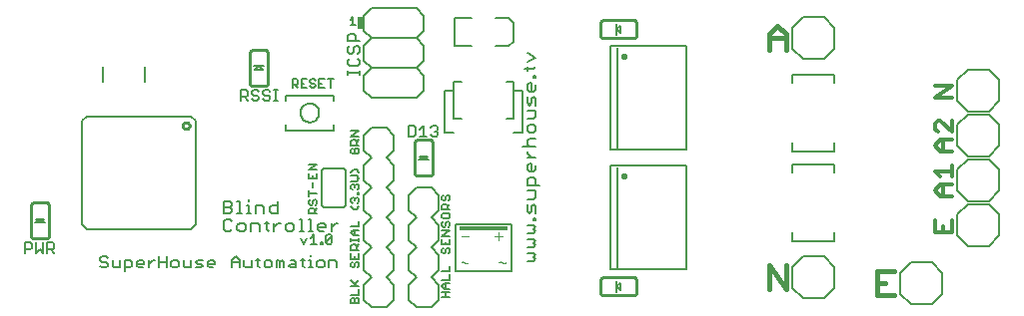
<source format=gto>
G75*
%MOIN*%
%OFA0B0*%
%FSLAX24Y24*%
%IPPOS*%
%LPD*%
%AMOC8*
5,1,8,0,0,1.08239X$1,22.5*
%
%ADD10C,0.0060*%
%ADD11C,0.0080*%
%ADD12C,0.0050*%
%ADD13R,0.0200X0.0400*%
%ADD14C,0.0130*%
%ADD15C,0.0070*%
%ADD16C,0.0180*%
%ADD17C,0.0100*%
%ADD18C,0.0040*%
%ADD19R,0.1614X0.0118*%
%ADD20C,0.0217*%
D10*
X000360Y006216D02*
X000360Y006556D01*
X000530Y006556D01*
X000587Y006500D01*
X000587Y006386D01*
X000530Y006330D01*
X000360Y006330D01*
X000728Y006216D02*
X000842Y006330D01*
X000955Y006216D01*
X000955Y006556D01*
X001097Y006556D02*
X001267Y006556D01*
X001323Y006500D01*
X001323Y006386D01*
X001267Y006330D01*
X001097Y006330D01*
X001210Y006330D02*
X001323Y006216D01*
X001097Y006216D02*
X001097Y006556D01*
X000728Y006556D02*
X000728Y006216D01*
X010250Y007846D02*
X010250Y008946D01*
X010252Y008963D01*
X010256Y008980D01*
X010263Y008996D01*
X010273Y009010D01*
X010286Y009023D01*
X010300Y009033D01*
X010316Y009040D01*
X010333Y009044D01*
X010350Y009046D01*
X010950Y009046D01*
X010967Y009044D01*
X010984Y009040D01*
X011000Y009033D01*
X011014Y009023D01*
X011027Y009010D01*
X011037Y008996D01*
X011044Y008980D01*
X011048Y008963D01*
X011050Y008946D01*
X011050Y007846D01*
X011048Y007829D01*
X011044Y007812D01*
X011037Y007796D01*
X011027Y007782D01*
X011014Y007769D01*
X011000Y007759D01*
X010984Y007752D01*
X010967Y007748D01*
X010950Y007746D01*
X010350Y007746D01*
X010333Y007748D01*
X010316Y007752D01*
X010300Y007759D01*
X010286Y007769D01*
X010273Y007782D01*
X010263Y007796D01*
X010256Y007812D01*
X010252Y007829D01*
X010250Y007846D01*
X013160Y010116D02*
X013330Y010116D01*
X013387Y010173D01*
X013387Y010400D01*
X013330Y010456D01*
X013160Y010456D01*
X013160Y010116D01*
X013528Y010116D02*
X013755Y010116D01*
X013642Y010116D02*
X013642Y010456D01*
X013528Y010343D01*
X013897Y010400D02*
X013953Y010456D01*
X014067Y010456D01*
X014123Y010400D01*
X014123Y010343D01*
X014067Y010286D01*
X014123Y010230D01*
X014123Y010173D01*
X014067Y010116D01*
X013953Y010116D01*
X013897Y010173D01*
X014010Y010286D02*
X014067Y010286D01*
X013400Y011396D02*
X011900Y011396D01*
X011650Y011646D01*
X011650Y012146D01*
X011900Y012396D01*
X013400Y012396D01*
X013650Y012146D01*
X013650Y011646D01*
X013400Y011396D01*
X013400Y012396D02*
X013650Y012646D01*
X013650Y013146D01*
X013400Y013396D01*
X011900Y013396D01*
X011650Y013146D01*
X011650Y012646D01*
X011900Y012396D01*
X011900Y013396D02*
X011650Y013646D01*
X011650Y014146D01*
X011900Y014396D01*
X013400Y014396D01*
X013650Y014146D01*
X013650Y013646D01*
X013400Y013396D01*
X008778Y011656D02*
X008665Y011656D01*
X008722Y011656D02*
X008722Y011316D01*
X008778Y011316D02*
X008665Y011316D01*
X008523Y011373D02*
X008467Y011316D01*
X008353Y011316D01*
X008297Y011373D01*
X008353Y011486D02*
X008467Y011486D01*
X008523Y011430D01*
X008523Y011373D01*
X008353Y011486D02*
X008297Y011543D01*
X008297Y011600D01*
X008353Y011656D01*
X008467Y011656D01*
X008523Y011600D01*
X008155Y011600D02*
X008098Y011656D01*
X007985Y011656D01*
X007928Y011600D01*
X007928Y011543D01*
X007985Y011486D01*
X008098Y011486D01*
X008155Y011430D01*
X008155Y011373D01*
X008098Y011316D01*
X007985Y011316D01*
X007928Y011373D01*
X007787Y011316D02*
X007673Y011430D01*
X007730Y011430D02*
X007560Y011430D01*
X007560Y011316D02*
X007560Y011656D01*
X007730Y011656D01*
X007787Y011600D01*
X007787Y011486D01*
X007730Y011430D01*
X019898Y013123D02*
X019898Y009680D01*
X020101Y009680D01*
X020101Y013083D01*
X019898Y013123D02*
X022402Y013123D01*
X022402Y009680D01*
X020101Y009680D01*
X019898Y009123D02*
X022402Y009123D01*
X022402Y005680D01*
X020101Y005680D01*
X020101Y009083D01*
X019898Y009123D02*
X019898Y005680D01*
X020101Y005680D01*
D11*
X020083Y005277D02*
X020083Y005096D01*
X020205Y005218D01*
X020205Y004970D01*
X020079Y005096D01*
X020083Y005096D02*
X020083Y004915D01*
X017380Y006006D02*
X017310Y006076D01*
X017380Y006146D01*
X017310Y006216D01*
X017100Y006216D01*
X017100Y005936D02*
X017310Y005936D01*
X017380Y006006D01*
X017310Y006397D02*
X017100Y006397D01*
X017310Y006397D02*
X017380Y006467D01*
X017310Y006537D01*
X017380Y006607D01*
X017310Y006677D01*
X017100Y006677D01*
X017100Y006857D02*
X017310Y006857D01*
X017380Y006927D01*
X017310Y006997D01*
X017380Y007067D01*
X017310Y007137D01*
X017100Y007137D01*
X017310Y007317D02*
X017310Y007387D01*
X017380Y007387D01*
X017380Y007317D01*
X017310Y007317D01*
X017380Y007548D02*
X017380Y007758D01*
X017310Y007828D01*
X017240Y007758D01*
X017240Y007618D01*
X017170Y007548D01*
X017100Y007618D01*
X017100Y007828D01*
X017100Y008008D02*
X017310Y008008D01*
X017380Y008078D01*
X017380Y008288D01*
X017100Y008288D01*
X017100Y008468D02*
X017100Y008678D01*
X017170Y008749D01*
X017310Y008749D01*
X017380Y008678D01*
X017380Y008468D01*
X017520Y008468D02*
X017100Y008468D01*
X017170Y008929D02*
X017100Y008999D01*
X017100Y009139D01*
X017170Y009209D01*
X017240Y009209D01*
X017240Y008929D01*
X017310Y008929D02*
X017170Y008929D01*
X017310Y008929D02*
X017380Y008999D01*
X017380Y009139D01*
X017380Y009389D02*
X017100Y009389D01*
X017240Y009389D02*
X017100Y009529D01*
X017100Y009599D01*
X017170Y009773D02*
X017100Y009843D01*
X017100Y009983D01*
X017170Y010053D01*
X017380Y010053D01*
X017310Y010233D02*
X017170Y010233D01*
X017100Y010303D01*
X017100Y010443D01*
X017170Y010513D01*
X017310Y010513D01*
X017380Y010443D01*
X017380Y010303D01*
X017310Y010233D01*
X016940Y010246D02*
X016650Y010246D01*
X016940Y010246D02*
X016940Y011646D01*
X016650Y011646D01*
X017100Y011684D02*
X017100Y011824D01*
X017170Y011895D01*
X017240Y011895D01*
X017240Y011614D01*
X017310Y011614D02*
X017170Y011614D01*
X017100Y011684D01*
X017310Y011614D02*
X017380Y011684D01*
X017380Y011824D01*
X017380Y012075D02*
X017380Y012145D01*
X017310Y012145D01*
X017310Y012075D01*
X017380Y012075D01*
X017310Y012375D02*
X017030Y012375D01*
X017100Y012305D02*
X017100Y012445D01*
X017310Y012375D02*
X017380Y012445D01*
X017380Y012752D02*
X017100Y012612D01*
X017100Y012892D02*
X017380Y012752D01*
X016634Y013281D02*
X016634Y013911D01*
X016477Y014069D01*
X016044Y014069D01*
X015256Y014069D02*
X014666Y014069D01*
X014666Y013124D01*
X015256Y013124D01*
X016044Y013124D02*
X016477Y013124D01*
X016634Y013281D01*
X020083Y013515D02*
X020083Y013696D01*
X020205Y013818D01*
X020205Y013570D01*
X020079Y013696D01*
X020083Y013696D02*
X020083Y013877D01*
X017380Y011364D02*
X017310Y011434D01*
X017240Y011364D01*
X017240Y011224D01*
X017170Y011154D01*
X017100Y011224D01*
X017100Y011434D01*
X017380Y011364D02*
X017380Y011154D01*
X017380Y010974D02*
X017100Y010974D01*
X017380Y010974D02*
X017380Y010764D01*
X017310Y010694D01*
X017100Y010694D01*
X016960Y009773D02*
X017380Y009773D01*
X014650Y010246D02*
X014360Y010246D01*
X014360Y011646D01*
X014650Y011646D01*
X012650Y010146D02*
X012400Y010396D01*
X011900Y010396D01*
X011650Y010146D01*
X011650Y009646D01*
X011900Y009396D01*
X011650Y009146D01*
X011650Y008646D01*
X011900Y008396D01*
X011650Y008146D01*
X011650Y007646D01*
X011900Y007396D01*
X011650Y007146D01*
X011650Y006646D01*
X011900Y006396D01*
X011650Y006146D01*
X011650Y005646D01*
X011900Y005396D01*
X011650Y005146D01*
X011650Y004646D01*
X011900Y004396D01*
X012400Y004396D01*
X012650Y004646D01*
X012650Y005146D01*
X012400Y005396D01*
X012650Y005646D01*
X012650Y006146D01*
X012400Y006396D01*
X012650Y006646D01*
X012650Y007146D01*
X012400Y007396D01*
X012650Y007646D01*
X012650Y008146D01*
X012400Y008396D01*
X012650Y008646D01*
X012650Y009146D01*
X012400Y009396D01*
X012650Y009646D01*
X012650Y010146D01*
X013528Y009451D02*
X013776Y009451D01*
X013650Y009325D01*
X013650Y009329D02*
X013528Y009451D01*
X013469Y009329D02*
X013650Y009329D01*
X013831Y009329D01*
X013900Y008396D02*
X013400Y008396D01*
X013150Y008146D01*
X013150Y007646D01*
X013400Y007396D01*
X013150Y007146D01*
X013150Y006646D01*
X013400Y006396D01*
X013150Y006146D01*
X013150Y005646D01*
X013400Y005396D01*
X013150Y005146D01*
X013150Y004646D01*
X013400Y004396D01*
X013900Y004396D01*
X014150Y004646D01*
X014150Y005146D01*
X013900Y005396D01*
X014150Y005646D01*
X014150Y006146D01*
X013900Y006396D01*
X014150Y006646D01*
X014150Y007146D01*
X013900Y007396D01*
X014150Y007646D01*
X014150Y008146D01*
X013900Y008396D01*
X014725Y007184D02*
X014725Y005609D01*
X016575Y005609D01*
X016575Y007184D01*
X014725Y007184D01*
X010787Y007206D02*
X010717Y007206D01*
X010576Y007066D01*
X010576Y006926D02*
X010576Y007206D01*
X010396Y007136D02*
X010396Y007066D01*
X010116Y007066D01*
X010116Y006996D02*
X010116Y007136D01*
X010186Y007206D01*
X010326Y007206D01*
X010396Y007136D01*
X010186Y006926D02*
X010116Y006996D01*
X010186Y006926D02*
X010326Y006926D01*
X009949Y006926D02*
X009809Y006926D01*
X009879Y006926D02*
X009879Y007347D01*
X009809Y007347D01*
X009572Y007347D02*
X009572Y006926D01*
X009502Y006926D02*
X009642Y006926D01*
X009322Y006996D02*
X009322Y007136D01*
X009252Y007206D01*
X009112Y007206D01*
X009042Y007136D01*
X009042Y006996D01*
X009112Y006926D01*
X009252Y006926D01*
X009322Y006996D01*
X008868Y007206D02*
X008798Y007206D01*
X008658Y007066D01*
X008658Y006926D02*
X008658Y007206D01*
X008491Y007206D02*
X008351Y007206D01*
X008421Y007276D02*
X008421Y006996D01*
X008491Y006926D01*
X008171Y006926D02*
X008171Y007136D01*
X008101Y007206D01*
X007891Y007206D01*
X007891Y006926D01*
X007711Y006996D02*
X007711Y007136D01*
X007641Y007206D01*
X007500Y007206D01*
X007430Y007136D01*
X007430Y006996D01*
X007500Y006926D01*
X007641Y006926D01*
X007711Y006996D01*
X007250Y006996D02*
X007180Y006926D01*
X007040Y006926D01*
X006970Y006996D01*
X006970Y007276D01*
X007040Y007347D01*
X007180Y007347D01*
X007250Y007276D01*
X007180Y007526D02*
X006970Y007526D01*
X006970Y007947D01*
X007180Y007947D01*
X007250Y007876D01*
X007250Y007806D01*
X007180Y007736D01*
X006970Y007736D01*
X007180Y007736D02*
X007250Y007666D01*
X007250Y007596D01*
X007180Y007526D01*
X007430Y007526D02*
X007571Y007526D01*
X007500Y007526D02*
X007500Y007947D01*
X007430Y007947D01*
X007737Y007806D02*
X007807Y007806D01*
X007807Y007526D01*
X007737Y007526D02*
X007877Y007526D01*
X008044Y007526D02*
X008044Y007806D01*
X008254Y007806D01*
X008324Y007736D01*
X008324Y007526D01*
X008505Y007596D02*
X008505Y007736D01*
X008575Y007806D01*
X008785Y007806D01*
X008785Y007947D02*
X008785Y007526D01*
X008575Y007526D01*
X008505Y007596D01*
X007807Y007947D02*
X007807Y008017D01*
X009502Y007347D02*
X009572Y007347D01*
X006040Y007164D02*
X005882Y007006D01*
X002418Y007006D01*
X002260Y007164D01*
X002260Y010628D01*
X002418Y010786D01*
X005882Y010786D01*
X006040Y010628D01*
X006040Y007164D01*
X001031Y007229D02*
X000850Y007229D01*
X000728Y007351D01*
X000976Y007351D01*
X000850Y007225D01*
X000850Y007229D02*
X000669Y007229D01*
X009063Y010306D02*
X009063Y010502D01*
X009063Y010306D02*
X010637Y010306D01*
X010637Y010502D01*
X009535Y010896D02*
X009537Y010931D01*
X009543Y010966D01*
X009553Y011000D01*
X009566Y011033D01*
X009583Y011064D01*
X009604Y011092D01*
X009627Y011119D01*
X009654Y011142D01*
X009682Y011163D01*
X009713Y011180D01*
X009746Y011193D01*
X009780Y011203D01*
X009815Y011209D01*
X009850Y011211D01*
X009885Y011209D01*
X009920Y011203D01*
X009954Y011193D01*
X009987Y011180D01*
X010018Y011163D01*
X010046Y011142D01*
X010073Y011119D01*
X010096Y011092D01*
X010117Y011064D01*
X010134Y011033D01*
X010147Y011000D01*
X010157Y010966D01*
X010163Y010931D01*
X010165Y010896D01*
X010163Y010861D01*
X010157Y010826D01*
X010147Y010792D01*
X010134Y010759D01*
X010117Y010728D01*
X010096Y010700D01*
X010073Y010673D01*
X010046Y010650D01*
X010018Y010629D01*
X009987Y010612D01*
X009954Y010599D01*
X009920Y010589D01*
X009885Y010583D01*
X009850Y010581D01*
X009815Y010583D01*
X009780Y010589D01*
X009746Y010599D01*
X009713Y010612D01*
X009682Y010629D01*
X009654Y010650D01*
X009627Y010673D01*
X009604Y010700D01*
X009583Y010728D01*
X009566Y010759D01*
X009553Y010792D01*
X009543Y010826D01*
X009537Y010861D01*
X009535Y010896D01*
X009063Y011290D02*
X009063Y011487D01*
X010637Y011487D01*
X010637Y011290D01*
X011130Y012186D02*
X011130Y012310D01*
X011130Y012248D02*
X011500Y012248D01*
X011500Y012186D02*
X011500Y012310D01*
X011438Y012462D02*
X011191Y012462D01*
X011130Y012524D01*
X011130Y012648D01*
X011191Y012709D01*
X011191Y012877D02*
X011253Y012877D01*
X011315Y012938D01*
X011315Y013062D01*
X011377Y013124D01*
X011438Y013124D01*
X011500Y013062D01*
X011500Y012938D01*
X011438Y012877D01*
X011438Y012709D02*
X011500Y012648D01*
X011500Y012524D01*
X011438Y012462D01*
X011191Y012877D02*
X011130Y012938D01*
X011130Y013062D01*
X011191Y013124D01*
X011130Y013291D02*
X011130Y013476D01*
X011191Y013538D01*
X011315Y013538D01*
X011377Y013476D01*
X011377Y013291D01*
X011500Y013291D02*
X011130Y013291D01*
X008331Y012463D02*
X008150Y012463D01*
X008272Y012341D01*
X008024Y012341D01*
X008150Y012467D01*
X008150Y012463D02*
X007969Y012463D01*
X004359Y012452D02*
X004359Y011940D01*
X002941Y011940D02*
X002941Y012452D01*
X025950Y012186D02*
X025950Y011896D01*
X025950Y012186D02*
X027350Y012186D01*
X027350Y011896D01*
X027000Y012696D02*
X026300Y012696D01*
X025950Y013046D01*
X025950Y013746D01*
X026300Y014096D01*
X027000Y014096D01*
X027350Y013746D01*
X027350Y013046D01*
X027000Y012696D01*
X031450Y011996D02*
X031450Y011296D01*
X031800Y010946D01*
X032500Y010946D01*
X032850Y011296D01*
X032850Y011996D01*
X032500Y012346D01*
X031800Y012346D01*
X031450Y011996D01*
X031800Y010846D02*
X031450Y010496D01*
X031450Y009796D01*
X031800Y009446D01*
X032500Y009446D01*
X032850Y009796D01*
X032850Y010496D01*
X032500Y010846D01*
X031800Y010846D01*
X031800Y009346D02*
X031450Y008996D01*
X031450Y008296D01*
X031800Y007946D01*
X032500Y007946D01*
X032850Y008296D01*
X032850Y008996D01*
X032500Y009346D01*
X031800Y009346D01*
X031800Y007846D02*
X031450Y007496D01*
X031450Y006796D01*
X031800Y006446D01*
X032500Y006446D01*
X032850Y006796D01*
X032850Y007496D01*
X032500Y007846D01*
X031800Y007846D01*
X030600Y005896D02*
X029900Y005896D01*
X029550Y005546D01*
X029550Y004846D01*
X029900Y004496D01*
X030600Y004496D01*
X030950Y004846D01*
X030950Y005546D01*
X030600Y005896D01*
X027350Y005746D02*
X027350Y005046D01*
X027000Y004696D01*
X026300Y004696D01*
X025950Y005046D01*
X025950Y005746D01*
X026300Y006096D01*
X027000Y006096D01*
X027350Y005746D01*
X027350Y006606D02*
X025950Y006606D01*
X025950Y006896D01*
X027350Y006896D02*
X027350Y006606D01*
X027350Y008896D02*
X027350Y009186D01*
X025950Y009186D01*
X025950Y008896D01*
X025950Y009606D02*
X025950Y009896D01*
X025950Y009606D02*
X027350Y009606D01*
X027350Y009896D01*
D12*
X011225Y004656D02*
X011225Y004521D01*
X011495Y004521D01*
X011495Y004656D01*
X011450Y004701D01*
X011405Y004701D01*
X011360Y004656D01*
X011360Y004521D01*
X011360Y004656D02*
X011315Y004701D01*
X011270Y004701D01*
X011225Y004656D01*
X011225Y004816D02*
X011495Y004816D01*
X011495Y004996D01*
X011495Y005110D02*
X011225Y005110D01*
X011360Y005155D02*
X011495Y005291D01*
X011405Y005110D02*
X011225Y005291D01*
X011270Y005721D02*
X011225Y005766D01*
X011225Y005856D01*
X011270Y005901D01*
X011360Y005856D02*
X011405Y005901D01*
X011450Y005901D01*
X011495Y005856D01*
X011495Y005766D01*
X011450Y005721D01*
X011360Y005766D02*
X011360Y005856D01*
X011360Y005766D02*
X011315Y005721D01*
X011270Y005721D01*
X011225Y006016D02*
X011495Y006016D01*
X011495Y006196D01*
X011495Y006310D02*
X011225Y006310D01*
X011225Y006446D01*
X011270Y006491D01*
X011360Y006491D01*
X011405Y006446D01*
X011405Y006310D01*
X011405Y006401D02*
X011495Y006491D01*
X011495Y006605D02*
X011495Y006695D01*
X011495Y006650D02*
X011225Y006650D01*
X011225Y006605D02*
X011225Y006695D01*
X011315Y006802D02*
X011225Y006892D01*
X011315Y006982D01*
X011495Y006982D01*
X011495Y007096D02*
X011225Y007096D01*
X011360Y006982D02*
X011360Y006802D01*
X011315Y006802D02*
X011495Y006802D01*
X011495Y007096D02*
X011495Y007276D01*
X011405Y007685D02*
X011315Y007685D01*
X011225Y007776D01*
X011270Y007882D02*
X011225Y007927D01*
X011225Y008017D01*
X011270Y008062D01*
X011315Y008062D01*
X011360Y008017D01*
X011405Y008062D01*
X011450Y008062D01*
X011495Y008017D01*
X011495Y007927D01*
X011450Y007882D01*
X011495Y007776D02*
X011405Y007685D01*
X011360Y007972D02*
X011360Y008017D01*
X011450Y008177D02*
X011450Y008222D01*
X011495Y008222D01*
X011495Y008177D01*
X011450Y008177D01*
X011450Y008324D02*
X011495Y008369D01*
X011495Y008459D01*
X011450Y008504D01*
X011405Y008504D01*
X011360Y008459D01*
X011360Y008414D01*
X011360Y008459D02*
X011315Y008504D01*
X011270Y008504D01*
X011225Y008459D01*
X011225Y008369D01*
X011270Y008324D01*
X011225Y008619D02*
X011405Y008619D01*
X011495Y008709D01*
X011405Y008799D01*
X011225Y008799D01*
X011225Y008913D02*
X011315Y009003D01*
X011405Y009003D01*
X011495Y008913D01*
X011450Y009521D02*
X011495Y009566D01*
X011495Y009656D01*
X011450Y009701D01*
X011360Y009701D01*
X011360Y009611D01*
X011270Y009521D02*
X011450Y009521D01*
X011270Y009521D02*
X011225Y009566D01*
X011225Y009656D01*
X011270Y009701D01*
X011225Y009816D02*
X011225Y009951D01*
X011270Y009996D01*
X011360Y009996D01*
X011405Y009951D01*
X011405Y009816D01*
X011405Y009906D02*
X011495Y009996D01*
X011495Y010110D02*
X011225Y010110D01*
X011495Y010291D01*
X011225Y010291D01*
X011225Y009816D02*
X011495Y009816D01*
X010095Y009175D02*
X009825Y009175D01*
X009825Y008994D02*
X010095Y009175D01*
X010095Y008994D02*
X009825Y008994D01*
X009825Y008880D02*
X009825Y008700D01*
X010095Y008700D01*
X010095Y008880D01*
X009960Y008790D02*
X009960Y008700D01*
X009960Y008585D02*
X009960Y008405D01*
X009825Y008291D02*
X009825Y008110D01*
X009825Y008201D02*
X010095Y008201D01*
X010050Y007996D02*
X010095Y007951D01*
X010095Y007861D01*
X010050Y007816D01*
X009960Y007861D02*
X009960Y007951D01*
X010005Y007996D01*
X010050Y007996D01*
X009960Y007861D02*
X009915Y007816D01*
X009870Y007816D01*
X009825Y007861D01*
X009825Y007951D01*
X009870Y007996D01*
X009870Y007701D02*
X009825Y007656D01*
X009825Y007521D01*
X010095Y007521D01*
X010005Y007521D02*
X010005Y007656D01*
X009960Y007701D01*
X009870Y007701D01*
X010005Y007611D02*
X010095Y007701D01*
X009990Y006821D02*
X009990Y006511D01*
X010093Y006511D02*
X009886Y006511D01*
X009658Y006511D02*
X009762Y006718D01*
X009886Y006718D02*
X009990Y006821D01*
X010218Y006563D02*
X010270Y006563D01*
X010270Y006511D01*
X010218Y006511D01*
X010218Y006563D01*
X010384Y006563D02*
X010591Y006770D01*
X010591Y006563D01*
X010539Y006511D01*
X010435Y006511D01*
X010384Y006563D01*
X010384Y006770D01*
X010435Y006821D01*
X010539Y006821D01*
X010591Y006770D01*
X009658Y006511D02*
X009555Y006718D01*
X011225Y006196D02*
X011225Y006016D01*
X011360Y006016D02*
X011360Y006106D01*
X014255Y006239D02*
X014300Y006194D01*
X014345Y006194D01*
X014390Y006239D01*
X014390Y006330D01*
X014435Y006375D01*
X014480Y006375D01*
X014525Y006330D01*
X014525Y006239D01*
X014480Y006194D01*
X014255Y006239D02*
X014255Y006330D01*
X014300Y006375D01*
X014255Y006489D02*
X014525Y006489D01*
X014525Y006669D01*
X014525Y006784D02*
X014255Y006784D01*
X014525Y006964D01*
X014255Y006964D01*
X014300Y007078D02*
X014345Y007078D01*
X014390Y007123D01*
X014390Y007213D01*
X014435Y007259D01*
X014480Y007259D01*
X014525Y007213D01*
X014525Y007123D01*
X014480Y007078D01*
X014300Y007078D02*
X014255Y007123D01*
X014255Y007213D01*
X014300Y007259D01*
X014300Y007373D02*
X014480Y007373D01*
X014525Y007418D01*
X014525Y007508D01*
X014480Y007553D01*
X014300Y007553D01*
X014255Y007508D01*
X014255Y007418D01*
X014300Y007373D01*
X014255Y007668D02*
X014255Y007803D01*
X014300Y007848D01*
X014390Y007848D01*
X014435Y007803D01*
X014435Y007668D01*
X014435Y007758D02*
X014525Y007848D01*
X014480Y007962D02*
X014525Y008007D01*
X014525Y008097D01*
X014480Y008142D01*
X014435Y008142D01*
X014390Y008097D01*
X014390Y008007D01*
X014345Y007962D01*
X014300Y007962D01*
X014255Y008007D01*
X014255Y008097D01*
X014300Y008142D01*
X014255Y007668D02*
X014525Y007668D01*
X014255Y006669D02*
X014255Y006489D01*
X014390Y006489D02*
X014390Y006579D01*
X014525Y005785D02*
X014525Y005605D01*
X014255Y005605D01*
X014525Y005491D02*
X014525Y005310D01*
X014255Y005310D01*
X014345Y005196D02*
X014525Y005196D01*
X014390Y005196D02*
X014390Y005016D01*
X014345Y005016D02*
X014255Y005106D01*
X014345Y005196D01*
X014345Y005016D02*
X014525Y005016D01*
X014525Y004901D02*
X014255Y004901D01*
X014390Y004901D02*
X014390Y004721D01*
X014525Y004721D02*
X014255Y004721D01*
X014650Y010696D02*
X014650Y011946D01*
X014900Y011946D01*
X016400Y011946D02*
X016650Y011946D01*
X016650Y010696D01*
X016400Y010696D01*
X014900Y010696D02*
X014650Y010696D01*
X010634Y012021D02*
X010454Y012021D01*
X010544Y012021D02*
X010544Y011751D01*
X010339Y011751D02*
X010159Y011751D01*
X010159Y012021D01*
X010339Y012021D01*
X010249Y011886D02*
X010159Y011886D01*
X010044Y011841D02*
X010044Y011796D01*
X009999Y011751D01*
X009909Y011751D01*
X009864Y011796D01*
X009909Y011886D02*
X009999Y011886D01*
X010044Y011841D01*
X010044Y011976D02*
X009999Y012021D01*
X009909Y012021D01*
X009864Y011976D01*
X009864Y011931D01*
X009909Y011886D01*
X009750Y011751D02*
X009570Y011751D01*
X009570Y012021D01*
X009750Y012021D01*
X009660Y011886D02*
X009570Y011886D01*
X009455Y011886D02*
X009410Y011841D01*
X009275Y011841D01*
X009275Y011751D02*
X009275Y012021D01*
X009410Y012021D01*
X009455Y011976D01*
X009455Y011886D01*
X009365Y011841D02*
X009455Y011751D01*
X011205Y013831D02*
X011385Y013831D01*
X011295Y013831D02*
X011295Y014101D01*
X011205Y014011D01*
D13*
X011550Y013896D03*
D14*
X030705Y011791D02*
X031275Y011791D01*
X030705Y011411D01*
X031275Y011411D01*
X031275Y010636D02*
X031275Y010256D01*
X030895Y010636D01*
X030800Y010636D01*
X030705Y010541D01*
X030705Y010351D01*
X030800Y010256D01*
X030895Y009991D02*
X031275Y009991D01*
X030990Y009991D02*
X030990Y009611D01*
X030895Y009611D02*
X030705Y009801D01*
X030895Y009991D01*
X030895Y009611D02*
X031275Y009611D01*
X031275Y009136D02*
X031275Y008756D01*
X031275Y008946D02*
X030705Y008946D01*
X030895Y008756D01*
X030895Y008491D02*
X031275Y008491D01*
X030990Y008491D02*
X030990Y008111D01*
X030895Y008111D02*
X030705Y008301D01*
X030895Y008491D01*
X030895Y008111D02*
X031275Y008111D01*
X031275Y007291D02*
X031275Y006911D01*
X030705Y006911D01*
X030705Y007291D01*
X030990Y007101D02*
X030990Y006911D01*
D15*
X010742Y005906D02*
X010742Y005721D01*
X010742Y005906D02*
X010680Y005968D01*
X010495Y005968D01*
X010495Y005721D01*
X010337Y005783D02*
X010275Y005721D01*
X010152Y005721D01*
X010090Y005783D01*
X010090Y005906D01*
X010152Y005968D01*
X010275Y005968D01*
X010337Y005906D01*
X010337Y005783D01*
X009943Y005721D02*
X009820Y005721D01*
X009882Y005721D02*
X009882Y005968D01*
X009820Y005968D01*
X009882Y006091D02*
X009882Y006153D01*
X009673Y005968D02*
X009550Y005968D01*
X009612Y006030D02*
X009612Y005783D01*
X009673Y005721D01*
X009392Y005721D02*
X009392Y005906D01*
X009330Y005968D01*
X009206Y005968D01*
X009206Y005845D02*
X009392Y005845D01*
X009392Y005721D02*
X009206Y005721D01*
X009145Y005783D01*
X009206Y005845D01*
X008986Y005906D02*
X008986Y005721D01*
X008863Y005721D02*
X008863Y005906D01*
X008925Y005968D01*
X008986Y005906D01*
X008863Y005906D02*
X008801Y005968D01*
X008740Y005968D01*
X008740Y005721D01*
X008581Y005783D02*
X008520Y005721D01*
X008396Y005721D01*
X008334Y005783D01*
X008334Y005906D01*
X008396Y005968D01*
X008520Y005968D01*
X008581Y005906D01*
X008581Y005783D01*
X008188Y005721D02*
X008126Y005783D01*
X008126Y006030D01*
X008064Y005968D02*
X008188Y005968D01*
X007906Y005968D02*
X007906Y005721D01*
X007721Y005721D01*
X007659Y005783D01*
X007659Y005968D01*
X007501Y005968D02*
X007501Y005721D01*
X007501Y005906D02*
X007254Y005906D01*
X007254Y005968D02*
X007254Y005721D01*
X006691Y005845D02*
X006444Y005845D01*
X006444Y005906D02*
X006506Y005968D01*
X006629Y005968D01*
X006691Y005906D01*
X006691Y005845D01*
X006629Y005721D02*
X006506Y005721D01*
X006444Y005783D01*
X006444Y005906D01*
X006286Y005968D02*
X006100Y005968D01*
X006039Y005906D01*
X006100Y005845D01*
X006224Y005845D01*
X006286Y005783D01*
X006224Y005721D01*
X006039Y005721D01*
X005880Y005721D02*
X005880Y005968D01*
X005633Y005968D02*
X005633Y005783D01*
X005695Y005721D01*
X005880Y005721D01*
X005475Y005783D02*
X005475Y005906D01*
X005414Y005968D01*
X005290Y005968D01*
X005228Y005906D01*
X005228Y005783D01*
X005290Y005721D01*
X005414Y005721D01*
X005475Y005783D01*
X005070Y005721D02*
X005070Y006091D01*
X004823Y006091D02*
X004823Y005721D01*
X004823Y005906D02*
X005070Y005906D01*
X004671Y005968D02*
X004609Y005968D01*
X004486Y005845D01*
X004486Y005968D02*
X004486Y005721D01*
X004327Y005845D02*
X004080Y005845D01*
X004080Y005906D02*
X004142Y005968D01*
X004266Y005968D01*
X004327Y005906D01*
X004327Y005845D01*
X004266Y005721D02*
X004142Y005721D01*
X004080Y005783D01*
X004080Y005906D01*
X003922Y005906D02*
X003922Y005783D01*
X003860Y005721D01*
X003675Y005721D01*
X003675Y005598D02*
X003675Y005968D01*
X003860Y005968D01*
X003922Y005906D01*
X003517Y005968D02*
X003517Y005721D01*
X003332Y005721D01*
X003270Y005783D01*
X003270Y005968D01*
X003112Y006030D02*
X003050Y006091D01*
X002927Y006091D01*
X002865Y006030D01*
X002865Y005968D01*
X002927Y005906D01*
X003050Y005906D01*
X003112Y005845D01*
X003112Y005783D01*
X003050Y005721D01*
X002927Y005721D01*
X002865Y005783D01*
X007254Y005968D02*
X007378Y006091D01*
X007501Y005968D01*
D16*
X025190Y005817D02*
X025190Y004996D01*
X025737Y004996D02*
X025737Y005817D01*
X025190Y005817D02*
X025737Y004996D01*
X028790Y004796D02*
X029337Y004796D01*
X028790Y004796D02*
X028790Y005617D01*
X029337Y005617D01*
X029064Y005206D02*
X028790Y005206D01*
X025737Y012996D02*
X025737Y013543D01*
X025464Y013817D01*
X025190Y013543D01*
X025190Y012996D01*
X025190Y013406D02*
X025737Y013406D01*
D17*
X020750Y013496D02*
X020750Y013896D01*
X020748Y013913D01*
X020744Y013930D01*
X020737Y013946D01*
X020727Y013960D01*
X020714Y013973D01*
X020700Y013983D01*
X020684Y013990D01*
X020667Y013994D01*
X020650Y013996D01*
X019650Y013996D01*
X019633Y013994D01*
X019616Y013990D01*
X019600Y013983D01*
X019586Y013973D01*
X019573Y013960D01*
X019563Y013946D01*
X019556Y013930D01*
X019552Y013913D01*
X019550Y013896D01*
X019550Y013496D01*
X019552Y013479D01*
X019556Y013462D01*
X019563Y013446D01*
X019573Y013432D01*
X019586Y013419D01*
X019600Y013409D01*
X019616Y013402D01*
X019633Y013398D01*
X019650Y013396D01*
X020650Y013396D01*
X020667Y013398D01*
X020684Y013402D01*
X020700Y013409D01*
X020714Y013419D01*
X020727Y013432D01*
X020737Y013446D01*
X020744Y013462D01*
X020748Y013479D01*
X020750Y013496D01*
X013950Y009896D02*
X013950Y008896D01*
X013948Y008879D01*
X013944Y008862D01*
X013937Y008846D01*
X013927Y008832D01*
X013914Y008819D01*
X013900Y008809D01*
X013884Y008802D01*
X013867Y008798D01*
X013850Y008796D01*
X013450Y008796D01*
X013433Y008798D01*
X013416Y008802D01*
X013400Y008809D01*
X013386Y008819D01*
X013373Y008832D01*
X013363Y008846D01*
X013356Y008862D01*
X013352Y008879D01*
X013350Y008896D01*
X013350Y009896D01*
X013352Y009913D01*
X013356Y009930D01*
X013363Y009946D01*
X013373Y009960D01*
X013386Y009973D01*
X013400Y009983D01*
X013416Y009990D01*
X013433Y009994D01*
X013450Y009996D01*
X013850Y009996D01*
X013867Y009994D01*
X013884Y009990D01*
X013900Y009983D01*
X013914Y009973D01*
X013927Y009960D01*
X013937Y009946D01*
X013944Y009930D01*
X013948Y009913D01*
X013950Y009896D01*
X008450Y011896D02*
X008450Y012896D01*
X008448Y012913D01*
X008444Y012930D01*
X008437Y012946D01*
X008427Y012960D01*
X008414Y012973D01*
X008400Y012983D01*
X008384Y012990D01*
X008367Y012994D01*
X008350Y012996D01*
X007950Y012996D01*
X007933Y012994D01*
X007916Y012990D01*
X007900Y012983D01*
X007886Y012973D01*
X007873Y012960D01*
X007863Y012946D01*
X007856Y012930D01*
X007852Y012913D01*
X007850Y012896D01*
X007850Y011896D01*
X007852Y011879D01*
X007856Y011862D01*
X007863Y011846D01*
X007873Y011832D01*
X007886Y011819D01*
X007900Y011809D01*
X007916Y011802D01*
X007933Y011798D01*
X007950Y011796D01*
X008350Y011796D01*
X008367Y011798D01*
X008384Y011802D01*
X008400Y011809D01*
X008414Y011819D01*
X008427Y011832D01*
X008437Y011846D01*
X008444Y011862D01*
X008448Y011879D01*
X008450Y011896D01*
X005614Y010471D02*
X005616Y010491D01*
X005621Y010511D01*
X005631Y010529D01*
X005643Y010546D01*
X005658Y010560D01*
X005676Y010570D01*
X005695Y010578D01*
X005715Y010582D01*
X005735Y010582D01*
X005755Y010578D01*
X005774Y010570D01*
X005792Y010560D01*
X005807Y010546D01*
X005819Y010529D01*
X005829Y010511D01*
X005834Y010491D01*
X005836Y010471D01*
X005834Y010451D01*
X005829Y010431D01*
X005819Y010413D01*
X005807Y010396D01*
X005792Y010382D01*
X005774Y010372D01*
X005755Y010364D01*
X005735Y010360D01*
X005715Y010360D01*
X005695Y010364D01*
X005676Y010372D01*
X005658Y010382D01*
X005643Y010396D01*
X005631Y010413D01*
X005621Y010431D01*
X005616Y010451D01*
X005614Y010471D01*
X001050Y007896D02*
X000650Y007896D01*
X000633Y007894D01*
X000616Y007890D01*
X000600Y007883D01*
X000586Y007873D01*
X000573Y007860D01*
X000563Y007846D01*
X000556Y007830D01*
X000552Y007813D01*
X000550Y007796D01*
X000550Y006796D01*
X000552Y006779D01*
X000556Y006762D01*
X000563Y006746D01*
X000573Y006732D01*
X000586Y006719D01*
X000600Y006709D01*
X000616Y006702D01*
X000633Y006698D01*
X000650Y006696D01*
X001050Y006696D01*
X001067Y006698D01*
X001084Y006702D01*
X001100Y006709D01*
X001114Y006719D01*
X001127Y006732D01*
X001137Y006746D01*
X001144Y006762D01*
X001148Y006779D01*
X001150Y006796D01*
X001150Y007796D01*
X001148Y007813D01*
X001144Y007830D01*
X001137Y007846D01*
X001127Y007860D01*
X001114Y007873D01*
X001100Y007883D01*
X001084Y007890D01*
X001067Y007894D01*
X001050Y007896D01*
X019550Y005296D02*
X019550Y004896D01*
X019552Y004879D01*
X019556Y004862D01*
X019563Y004846D01*
X019573Y004832D01*
X019586Y004819D01*
X019600Y004809D01*
X019616Y004802D01*
X019633Y004798D01*
X019650Y004796D01*
X020650Y004796D01*
X020667Y004798D01*
X020684Y004802D01*
X020700Y004809D01*
X020714Y004819D01*
X020727Y004832D01*
X020737Y004846D01*
X020744Y004862D01*
X020748Y004879D01*
X020750Y004896D01*
X020750Y005296D01*
X020748Y005313D01*
X020744Y005330D01*
X020737Y005346D01*
X020727Y005360D01*
X020714Y005373D01*
X020700Y005383D01*
X020684Y005390D01*
X020667Y005394D01*
X020650Y005396D01*
X019650Y005396D01*
X019633Y005394D01*
X019616Y005390D01*
X019600Y005383D01*
X019586Y005373D01*
X019573Y005360D01*
X019563Y005346D01*
X019556Y005330D01*
X019552Y005313D01*
X019550Y005296D01*
D18*
X016388Y005894D02*
X016376Y005883D01*
X016362Y005874D01*
X016346Y005869D01*
X016329Y005867D01*
X016312Y005869D01*
X016296Y005874D01*
X016282Y005883D01*
X016270Y005894D01*
X016270Y005895D02*
X016258Y005906D01*
X016244Y005915D01*
X016228Y005920D01*
X016211Y005922D01*
X016194Y005920D01*
X016178Y005915D01*
X016164Y005906D01*
X016152Y005895D01*
X015138Y005894D02*
X015126Y005883D01*
X015112Y005874D01*
X015096Y005869D01*
X015079Y005867D01*
X015062Y005869D01*
X015046Y005874D01*
X015032Y005883D01*
X015020Y005894D01*
X015020Y005895D02*
X015008Y005906D01*
X014994Y005915D01*
X014978Y005920D01*
X014961Y005922D01*
X014944Y005920D01*
X014928Y005915D01*
X014914Y005906D01*
X014902Y005895D01*
X016150Y006646D02*
X016150Y006896D01*
X016026Y006768D02*
X016276Y006768D01*
X015150Y006778D02*
X014900Y006778D01*
D19*
X015650Y007046D03*
D20*
X020363Y008774D03*
X020363Y012774D03*
M02*

</source>
